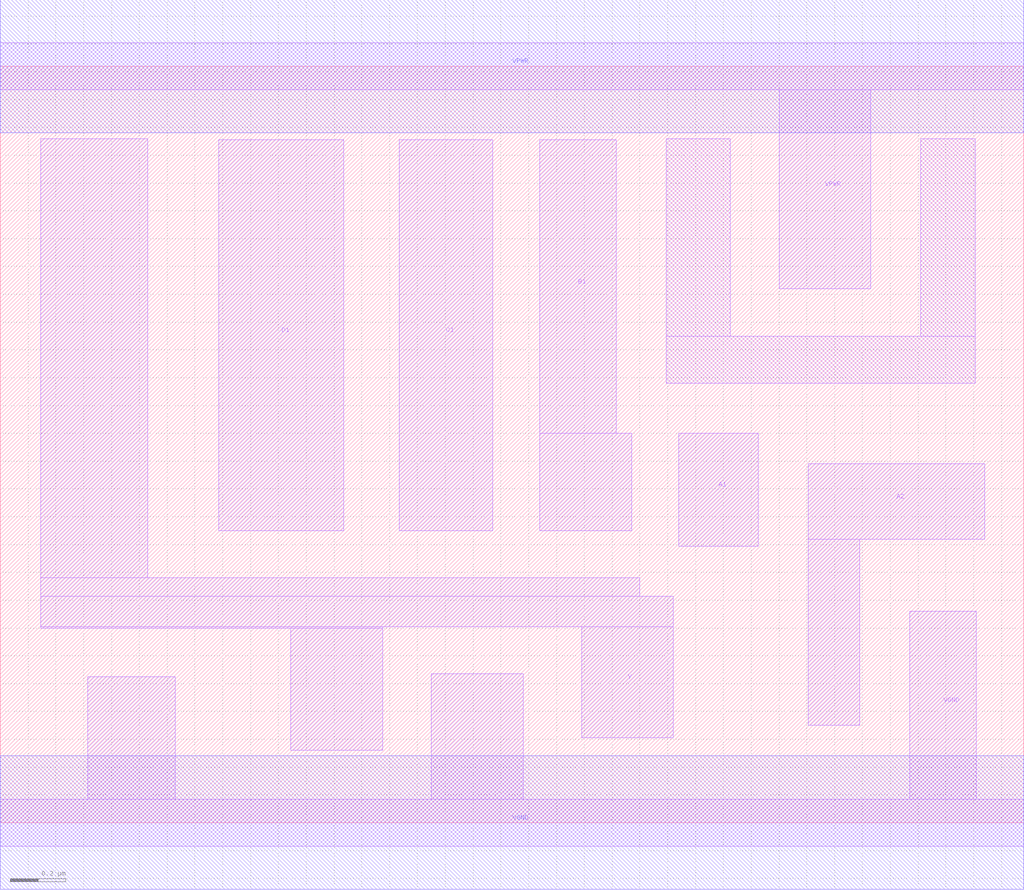
<source format=lef>
# Copyright 2020 The SkyWater PDK Authors
#
# Licensed under the Apache License, Version 2.0 (the "License");
# you may not use this file except in compliance with the License.
# You may obtain a copy of the License at
#
#     https://www.apache.org/licenses/LICENSE-2.0
#
# Unless required by applicable law or agreed to in writing, software
# distributed under the License is distributed on an "AS IS" BASIS,
# WITHOUT WARRANTIES OR CONDITIONS OF ANY KIND, either express or implied.
# See the License for the specific language governing permissions and
# limitations under the License.
#
# SPDX-License-Identifier: Apache-2.0

VERSION 5.5 ;
NAMESCASESENSITIVE ON ;
BUSBITCHARS "[]" ;
DIVIDERCHAR "/" ;
MACRO sky130_fd_sc_hd__a2111oi_1
  CLASS CORE ;
  SOURCE USER ;
  ORIGIN  0.000000  0.000000 ;
  SIZE  3.680000 BY  2.720000 ;
  SYMMETRY X Y R90 ;
  SITE unithd ;
  PIN A1
    ANTENNAGATEAREA  0.247500 ;
    DIRECTION INPUT ;
    USE SIGNAL ;
    PORT
      LAYER li1 ;
        RECT 2.440000 0.995000 2.725000 1.400000 ;
    END
  END A1
  PIN A2
    ANTENNAGATEAREA  0.247500 ;
    DIRECTION INPUT ;
    USE SIGNAL ;
    PORT
      LAYER li1 ;
        RECT 2.905000 0.350000 3.090000 1.020000 ;
        RECT 2.905000 1.020000 3.540000 1.290000 ;
    END
  END A2
  PIN B1
    ANTENNAGATEAREA  0.247500 ;
    DIRECTION INPUT ;
    USE SIGNAL ;
    PORT
      LAYER li1 ;
        RECT 1.940000 1.050000 2.270000 1.400000 ;
        RECT 1.940000 1.400000 2.215000 2.455000 ;
    END
  END B1
  PIN C1
    ANTENNAGATEAREA  0.247500 ;
    DIRECTION INPUT ;
    USE SIGNAL ;
    PORT
      LAYER li1 ;
        RECT 1.435000 1.050000 1.770000 2.455000 ;
    END
  END C1
  PIN D1
    ANTENNAGATEAREA  0.247500 ;
    DIRECTION INPUT ;
    USE SIGNAL ;
    PORT
      LAYER li1 ;
        RECT 0.785000 1.050000 1.235000 2.455000 ;
    END
  END D1
  PIN Y
    ANTENNADIFFAREA  1.388750 ;
    DIRECTION OUTPUT ;
    USE SIGNAL ;
    PORT
      LAYER li1 ;
        RECT 0.145000 0.700000 1.375000 0.705000 ;
        RECT 0.145000 0.705000 2.420000 0.815000 ;
        RECT 0.145000 0.815000 2.300000 0.880000 ;
        RECT 0.145000 0.880000 0.530000 2.460000 ;
        RECT 1.045000 0.260000 1.375000 0.700000 ;
        RECT 2.090000 0.305000 2.420000 0.705000 ;
    END
  END Y
  PIN VGND
    DIRECTION INOUT ;
    SHAPE ABUTMENT ;
    USE GROUND ;
    PORT
      LAYER li1 ;
        RECT 0.000000 -0.085000 3.680000 0.085000 ;
        RECT 0.315000  0.085000 0.630000 0.525000 ;
        RECT 1.550000  0.085000 1.880000 0.535000 ;
        RECT 3.270000  0.085000 3.510000 0.760000 ;
    END
    PORT
      LAYER met1 ;
        RECT 0.000000 -0.240000 3.680000 0.240000 ;
    END
  END VGND
  PIN VPWR
    DIRECTION INOUT ;
    SHAPE ABUTMENT ;
    USE POWER ;
    PORT
      LAYER li1 ;
        RECT 0.000000 2.635000 3.680000 2.805000 ;
        RECT 2.800000 1.920000 3.130000 2.635000 ;
    END
    PORT
      LAYER met1 ;
        RECT 0.000000 2.480000 3.680000 2.960000 ;
    END
  END VPWR
  OBS
    LAYER li1 ;
      RECT 2.395000 1.580000 3.505000 1.750000 ;
      RECT 2.395000 1.750000 2.625000 2.460000 ;
      RECT 3.310000 1.750000 3.505000 2.460000 ;
  END
END sky130_fd_sc_hd__a2111oi_1

</source>
